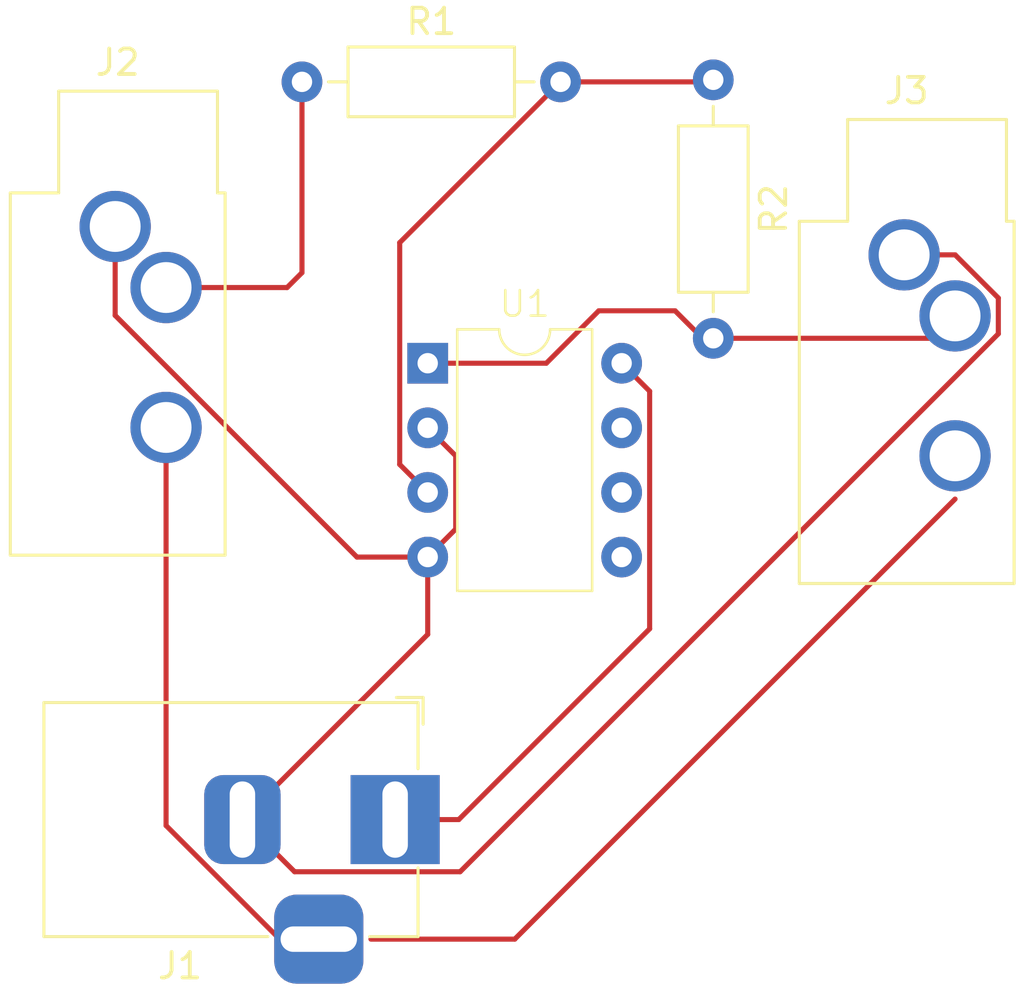
<source format=kicad_pcb>
(kicad_pcb (version 20240108) (generator "pcbnew") (generator_version "8.0")
  (layers (0 "F.Cu" signal) (31 "B.Cu" signal) (34 "B.Paste" user) (35 "F.Paste" user) (36 "B.SilkS" user "B.Silkscreen") (37 "F.SilkS" user "F.Silkscreen") (38 "B.Mask" user) (39 "F.Mask" user) (44 "Edge.Cuts" user))
  (net 0 "")
  (net 1 "+5V")
  (net 2 "GND")
  (net 3 "/signal")
  (net 4 "Net-(U1A-+)")
  (net 5 "/result")
  (footprint "Connector_BarrelJack:BarrelJack_Horizontal" (layer "F.Cu") (at 50.5 76.5)
    (property "Reference" "J1" (at -8.45 5.75 0) (layer "F.SilkS"))
    (property "Value" "Barrel_Jack")
    (fp_line (start -13.8 -4.6) (end 0.9 -4.6) (stroke (width 0.12)) (layer "F.SilkS"))
    (fp_line (start -13.8 4.6) (end -13.8 -4.6) (stroke (width 0.12)) (layer "F.SilkS"))
    (fp_line (start -5 4.6) (end -13.8 4.6) (stroke (width 0.12)) (layer "F.SilkS"))
    (fp_line (start 0.05 -4.8) (end 1.1 -4.8) (stroke (width 0.12)) (layer "F.SilkS"))
    (fp_line (start 0.9 -4.6) (end 0.9 -2) (stroke (width 0.12)) (layer "F.SilkS"))
    (fp_line (start 0.9 1.9) (end 0.9 4.6) (stroke (width 0.12)) (layer "F.SilkS"))
    (fp_line (start 0.9 4.6) (end -1 4.6) (stroke (width 0.12)) (layer "F.SilkS"))
    (fp_line (start 1.1 -3.75) (end 1.1 -4.8) (stroke (width 0.12)) (layer "F.SilkS"))
    (pad "1" thru_hole rect (at 0 0) (size 3.5 3.5) (drill oval 1 3) (layers "*.Cu" "*.Mask") (net 1 "+5V"))
    (pad "2" thru_hole roundrect (at -6 0) (size 3 3.5) (drill oval 1 3) (layers "*.Cu" "*.Mask") (net 2 "GND"))
    (pad "3" thru_hole roundrect (at -3 4.7) (size 3.5 3.5) (drill oval 3 1) (layers "*.Cu" "*.Mask"))
  )
  (footprint "Resistor_THT:R_Axial_DIN0207_L6.3mm_D2.5mm_P10.16mm_Horizontal" (layer "F.Cu") (at 63 47.42 -90)
    (property "Reference" "R2" (at 5.08 -2.37 90) (layer "F.SilkS"))
    (property "Value" "100k")
    (fp_line (start 1.81 1.37) (end 8.35 1.37) (stroke (width 0.12)) (layer "F.SilkS"))
    (fp_line (start 8.35 1.37) (end 8.35 -1.37) (stroke (width 0.12)) (layer "F.SilkS"))
    (fp_line (start 1.04 0) (end 1.81 0) (stroke (width 0.12)) (layer "F.SilkS"))
    (fp_line (start 9.12 0) (end 8.35 0) (stroke (width 0.12)) (layer "F.SilkS"))
    (fp_line (start 1.81 -1.37) (end 1.81 1.37) (stroke (width 0.12)) (layer "F.SilkS"))
    (fp_line (start 8.35 -1.37) (end 1.81 -1.37) (stroke (width 0.12)) (layer "F.SilkS"))
    (pad "1" thru_hole circle (at 0 0 270) (size 1.6 1.6) (drill 0.8) (layers "*.Cu" "*.Mask") (net 4 "Net-(U1A-+)"))
    (pad "2" thru_hole oval (at 10.16 0 270) (size 1.6 1.6) (drill 0.8) (layers "*.Cu" "*.Mask") (net 5 "/result"))
  )
  (footprint "Resistor_THT:R_Axial_DIN0207_L6.3mm_D2.5mm_P10.16mm_Horizontal" (layer "F.Cu") (at 46.84 47.5)
    (property "Reference" "R1" (at 5.08 -2.37 0) (layer "F.SilkS"))
    (property "Value" "100k")
    (fp_line (start 1.04 0) (end 1.81 0) (stroke (width 0.12)) (layer "F.SilkS"))
    (fp_line (start 1.81 -1.37) (end 1.81 1.37) (stroke (width 0.12)) (layer "F.SilkS"))
    (fp_line (start 1.81 1.37) (end 8.35 1.37) (stroke (width 0.12)) (layer "F.SilkS"))
    (fp_line (start 8.35 -1.37) (end 1.81 -1.37) (stroke (width 0.12)) (layer "F.SilkS"))
    (fp_line (start 8.35 1.37) (end 8.35 -1.37) (stroke (width 0.12)) (layer "F.SilkS"))
    (fp_line (start 9.12 0) (end 8.35 0) (stroke (width 0.12)) (layer "F.SilkS"))
    (pad "1" thru_hole circle (at 0 0) (size 1.6 1.6) (drill 0.8) (layers "*.Cu" "*.Mask") (net 3 "/signal"))
    (pad "2" thru_hole oval (at 10.16 0) (size 1.6 1.6) (drill 0.8) (layers "*.Cu" "*.Mask") (net 4 "Net-(U1A-+)"))
  )
  (footprint "Connector_Audio:Jack_3.5mm_CUI_SJ1-3533NG_Horizontal_CircularHoles" (layer "F.Cu") (at 70.5 54.3)
    (property "Reference" "J3" (at 0.1 -6.45 0) (layer "F.SilkS"))
    (property "Value" "AudioJack2")
    (fp_line (start -4.12 -1.32) (end -2.22 -1.32) (stroke (width 0.12)) (layer "F.SilkS"))
    (fp_line (start -4.12 12.92) (end -4.12 -1.32) (stroke (width 0.12)) (layer "F.SilkS"))
    (fp_line (start -2.22 -5.32) (end 4.02 -5.32) (stroke (width 0.12)) (layer "F.SilkS"))
    (fp_line (start -2.22 -1.32) (end -2.22 -5.32) (stroke (width 0.12)) (layer "F.SilkS"))
    (fp_line (start 4.02 -5.32) (end 4.02 -1.32) (stroke (width 0.12)) (layer "F.SilkS"))
    (fp_line (start 4.02 -1.32) (end 4.32 -1.32) (stroke (width 0.12)) (layer "F.SilkS"))
    (fp_line (start 4.32 -1.32) (end 4.32 12.92) (stroke (width 0.12)) (layer "F.SilkS"))
    (fp_line (start 4.32 12.92) (end -4.12 12.92) (stroke (width 0.12)) (layer "F.SilkS"))
    (pad "R" thru_hole circle (at 2 7.9) (size 2.8 2.8) (drill 2) (layers "*.Cu" "*.Mask"))
    (pad "S" thru_hole circle (at 0 0) (size 2.8 2.8) (drill 2) (layers "*.Cu" "*.Mask") (net 2 "GND"))
    (pad "T" thru_hole circle (at 2 2.4) (size 2.8 2.8) (drill 2) (layers "*.Cu" "*.Mask") (net 5 "/result"))
  )
  (footprint "Connector_Audio:Jack_3.5mm_CUI_SJ1-3533NG_Horizontal_CircularHoles" (layer "F.Cu") (at 39.5 53.185)
    (property "Reference" "J2" (at 0.1 -6.45 0) (layer "F.SilkS"))
    (property "Value" "AudioJack2")
    (fp_line (start -4.12 -1.32) (end -2.22 -1.32) (stroke (width 0.12)) (layer "F.SilkS"))
    (fp_line (start -4.12 12.92) (end -4.12 -1.32) (stroke (width 0.12)) (layer "F.SilkS"))
    (fp_line (start -2.22 -5.32) (end 4.02 -5.32) (stroke (width 0.12)) (layer "F.SilkS"))
    (fp_line (start -2.22 -1.32) (end -2.22 -5.32) (stroke (width 0.12)) (layer "F.SilkS"))
    (fp_line (start 4.02 -5.32) (end 4.02 -1.32) (stroke (width 0.12)) (layer "F.SilkS"))
    (fp_line (start 4.02 -1.32) (end 4.32 -1.32) (stroke (width 0.12)) (layer "F.SilkS"))
    (fp_line (start 4.32 -1.32) (end 4.32 12.92) (stroke (width 0.12)) (layer "F.SilkS"))
    (fp_line (start 4.32 12.92) (end -4.12 12.92) (stroke (width 0.12)) (layer "F.SilkS"))
    (pad "R" thru_hole circle (at 2 7.9) (size 2.8 2.8) (drill 2) (layers "*.Cu" "*.Mask"))
    (pad "S" thru_hole circle (at 0 0) (size 2.8 2.8) (drill 2) (layers "*.Cu" "*.Mask") (net 2 "GND"))
    (pad "T" thru_hole circle (at 2 2.4) (size 2.8 2.8) (drill 2) (layers "*.Cu" "*.Mask") (net 3 "/signal"))
  )
  (footprint "Package_DIP:DIP-8_W7.62mm" (layer "F.Cu") (at 51.78 58.56)
    (property "Reference" "U1" (at 3.81 -2.33 0) (layer "F.SilkS") (effects (font (thickness 0.1))))
    (property "Value" "TL072")
    (fp_line (start 1.16 -1.33) (end 1.16 8.95) (stroke (width 0.1)) (layer "F.SilkS"))
    (fp_line (start 1.16 8.95) (end 6.46 8.95) (stroke (width 0.1)) (layer "F.SilkS"))
    (fp_line (start 2.81 -1.33) (end 1.16 -1.33) (stroke (width 0.1)) (layer "F.SilkS"))
    (fp_line (start 6.46 -1.33) (end 4.81 -1.33) (stroke (width 0.1)) (layer "F.SilkS"))
    (fp_line (start 6.46 8.95) (end 6.46 -1.33) (stroke (width 0.1)) (layer "F.SilkS"))
    (fp_arc (start 4.81 -1.33) (mid 3.81 -0.33) (end 2.81 -1.33) (stroke (width 0.1)) (layer "F.SilkS"))
    (pad "1" thru_hole rect (at 0 0) (size 1.6 1.6) (drill 0.8) (layers "*.Cu" "*.Mask") (net 5 "/result"))
    (pad "2" thru_hole oval (at 0 2.54) (size 1.6 1.6) (drill 0.8) (layers "*.Cu" "*.Mask") (net 2 "GND"))
    (pad "3" thru_hole oval (at 0 5.08) (size 1.6 1.6) (drill 0.8) (layers "*.Cu" "*.Mask") (net 4 "Net-(U1A-+)"))
    (pad "4" thru_hole oval (at 0 7.62) (size 1.6 1.6) (drill 0.8) (layers "*.Cu" "*.Mask") (net 2 "GND"))
    (pad "5" thru_hole oval (at 7.62 7.62) (size 1.6 1.6) (drill 0.8) (layers "*.Cu" "*.Mask"))
    (pad "6" thru_hole oval (at 7.62 5.08) (size 1.6 1.6) (drill 0.8) (layers "*.Cu" "*.Mask"))
    (pad "7" thru_hole oval (at 7.62 2.54) (size 1.6 1.6) (drill 0.8) (layers "*.Cu" "*.Mask"))
    (pad "8" thru_hole oval (at 7.62 0) (size 1.6 1.6) (drill 0.8) (layers "*.Cu" "*.Mask") (net 1 "+5V"))
  )
  (segment (start 41.5 61.085) (end 41.5 76.734926) (width 0.2) (layer "F.Cu") (net 0))
  (segment (start 41.5 76.734926) (end 45.965074 81.2) (width 0.2) (layer "F.Cu") (net 0))
  (segment (start 55.2 81.2) (end 49.55 81.2) (width 0.2) (layer "F.Cu") (net 0))
  (segment (start 45.965074 81.2) (end 47.5 81.2) (width 0.2) (layer "F.Cu") (net 0))
  (segment (start 72.5 63.9) (end 55.2 81.2) (width 0.2) (layer "F.Cu") (net 0))
  (segment (start 59.4 58.56) (end 60.5 59.66) (width 0.2) (layer "F.Cu") (net 1))
  (segment (start 60.5 69) (end 53 76.5) (width 0.2) (layer "F.Cu") (net 1))
  (segment (start 60.5 59.66) (end 60.5 69) (width 0.2) (layer "F.Cu") (net 1))
  (segment (start 53 76.5) (end 50.5 76.5) (width 0.2) (layer "F.Cu") (net 1))
  (segment (start 74.2 55.995836) (end 74.2 57.404164) (width 0.2) (layer "F.Cu") (net 2))
  (segment (start 53.054164 78.55) (end 46.55 78.55) (width 0.2) (layer "F.Cu") (net 2))
  (segment (start 74.2 57.404164) (end 53.054164 78.55) (width 0.2) (layer "F.Cu") (net 2))
  (segment (start 51.78 66.18) (end 51.78 69.22) (width 0.2) (layer "F.Cu") (net 2))
  (segment (start 48.999164 66.18) (end 51.78 66.18) (width 0.2) (layer "F.Cu") (net 2))
  (segment (start 52.88 65.08) (end 51.78 66.18) (width 0.2) (layer "F.Cu") (net 2))
  (segment (start 52.88 62.2) (end 52.88 65.08) (width 0.2) (layer "F.Cu") (net 2))
  (segment (start 70.5 54.3) (end 72.504164 54.3) (width 0.2) (layer "F.Cu") (net 2))
  (segment (start 39.5 53.185) (end 39.5 56.680836) (width 0.2) (layer "F.Cu") (net 2))
  (segment (start 51.78 69.22) (end 44.5 76.5) (width 0.2) (layer "F.Cu") (net 2))
  (segment (start 46.55 78.55) (end 44.5 76.5) (width 0.2) (layer "F.Cu") (net 2))
  (segment (start 39.5 56.680836) (end 48.999164 66.18) (width 0.2) (layer "F.Cu") (net 2))
  (segment (start 72.504164 54.3) (end 74.2 55.995836) (width 0.2) (layer "F.Cu") (net 2))
  (segment (start 51.78 61.1) (end 52.88 62.2) (width 0.2) (layer "F.Cu") (net 2))
  (segment (start 46.255 55.585) (end 46.84 55) (width 0.2) (layer "F.Cu") (net 3))
  (segment (start 46.84 55) (end 46.84 47.5) (width 0.2) (layer "F.Cu") (net 3))
  (segment (start 41.5 55.585) (end 46.255 55.585) (width 0.2) (layer "F.Cu") (net 3))
  (segment (start 57.08 47.42) (end 50.68 53.82) (width 0.2) (layer "F.Cu") (net 4))
  (segment (start 50.68 53.82) (end 50.68 62.54) (width 0.2) (layer "F.Cu") (net 4))
  (segment (start 50.68 62.54) (end 51.78 63.64) (width 0.2) (layer "F.Cu") (net 4))
  (segment (start 57 47.5) (end 62.92 47.5) (width 0.2) (layer "F.Cu") (net 4))
  (segment (start 62.92 47.5) (end 63 47.42) (width 0.2) (layer "F.Cu") (net 4))
  (segment (start 63 57.58) (end 71.62 57.58) (width 0.2) (layer "F.Cu") (net 5))
  (segment (start 61.5 56.5) (end 58.5 56.5) (width 0.2) (layer "F.Cu") (net 5))
  (segment (start 51.78 58.56) (end 56.44 58.56) (width 0.2) (layer "F.Cu") (net 5))
  (segment (start 62.58 57.58) (end 61.5 56.5) (width 0.2) (layer "F.Cu") (net 5))
  (segment (start 56.44 58.56) (end 58.5 56.5) (width 0.2) (layer "F.Cu") (net 5))
  (segment (start 71.62 57.58) (end 72.5 56.7) (width 0.2) (layer "F.Cu") (net 5))
  (segment (start 63 57.58) (end 62.58 57.58) (width 0.2) (layer "F.Cu") (net 5))
)
</source>
